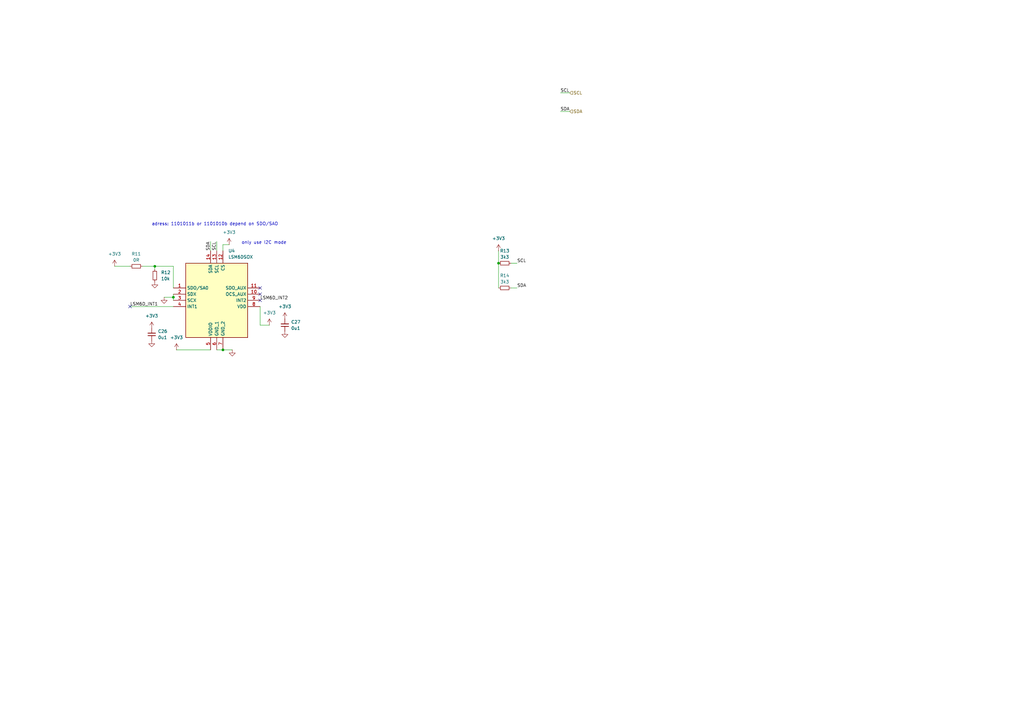
<source format=kicad_sch>
(kicad_sch (version 20250114) (generator "eeschema") (generator_version "9.0")
  (paper "A3")
  (title_block (title "VCU") (date "2025-06-29") (rev "3.0") (company "NTURacing") (comment 1 " 郭哲明 Jack Kuo, Jerrymk, ML Tsou") (comment 2 "Electrical group"))
  (lib_symbols
    (symbol "Device:C_Small" (pin_numbers (hide yes)) (pin_names (offset 0.254) (hide yes))
      (property "Reference" "C" (at 0.254 1.778 0))
      (property "Value" "C_Small" (at 0.254 -2.032 0))
      (symbol "C_Small_0_1"
        (polyline (pts (xy -1.524 0.508) (xy 1.524 0.508)) (stroke (width 0.3048)))
        (polyline (pts (xy -1.524 -0.508) (xy 1.524 -0.508)) (stroke (width 0.3302)))
      )
      (symbol "C_Small_1_1"
        (pin passive line (at 0 2.54 270) (length 2.032) (name "~") (number "1"))
        (pin passive line (at 0 -2.54 90) (length 2.032) (name "~") (number "2"))
      )
    )
    (symbol "Device:R_Small" (pin_numbers (hide yes)) (pin_names (offset 0.254) (hide yes))
      (property "Reference" "R" (at 0.762 0.508 0))
      (property "Value" "R_Small" (at 0.762 -1.016 0))
      (symbol "R_Small_0_1"
        (rectangle (start -0.762 1.778) (end 0.762 -1.778) (stroke (width 0.2032)))
      )
      (symbol "R_Small_1_1"
        (pin passive line (at 0 2.54 270) (length 0.762) (name "~") (number "1"))
        (pin passive line (at 0 -2.54 90) (length 0.762) (name "~") (number "2"))
      )
    )
    (symbol "SamacSys_Parts:LSM6DSOXTR"
      (property "Reference" "AC" (at 31.75 15.24 0))
      (property "Value" "LSM6DSOXTR" (at 31.75 12.7 0))
      (symbol "LSM6DSOXTR_1_1"
        (rectangle (start 5.08 10.16) (end 30.48 -20.32) (stroke (width 0.254)) (fill (type background)))
        (pin passive line (at 0 0 0) (length 5.08) (name "SDO/SA0") (number "1"))
        (pin passive line (at 0 -2.54 0) (length 5.08) (name "SDX") (number "2"))
        (pin passive line (at 0 -5.08 0) (length 5.08) (name "SCX") (number "3"))
        (pin passive line (at 0 -7.62 0) (length 5.08) (name "INT1") (number "4"))
        (pin passive line (at 15.24 15.24 270) (length 5.08) (name "SDA") (number "14"))
        (pin passive line (at 15.24 -25.4 90) (length 5.08) (name "VDDIO") (number "5"))
        (pin passive line (at 17.78 15.24 270) (length 5.08) (name "SCL") (number "13"))
        (pin passive line (at 17.78 -25.4 90) (length 5.08) (name "GND_1") (number "6"))
        (pin passive line (at 20.32 15.24 270) (length 5.08) (name "CS") (number "12"))
        (pin passive line (at 20.32 -25.4 90) (length 5.08) (name "GND_2") (number "7"))
        (pin passive line (at 35.56 0 180) (length 5.08) (name "SDO_AUX") (number "11"))
        (pin passive line (at 35.56 -2.54 180) (length 5.08) (name "OCS_AUX") (number "10"))
        (pin passive line (at 35.56 -5.08 180) (length 5.08) (name "INT2") (number "9"))
        (pin passive line (at 35.56 -7.62 180) (length 5.08) (name "VDD") (number "8"))
      )
    )
    (symbol "power:+3V3" (power) (pin_numbers (hide yes)) (pin_names (offset 0) (hide yes))
      (property "Value" "+3V3" (at 0 3.556 0))
      (symbol "+3V3_0_1"
        (polyline (pts (xy -0.762 1.27) (xy 0 2.54)))
        (polyline (pts (xy 0 2.54) (xy 0.762 1.27)))
        (polyline (pts (xy 0 0) (xy 0 2.54)))
      )
      (symbol "+3V3_1_1"
        (pin power_in line (at 0 0 90) (length 0) (name "~") (number "1"))
      )
    )
    (symbol "power:GND" (power) (pin_numbers (hide yes)) (pin_names (offset 0) (hide yes))
      (property "Value" "GND" (at 0 -3.81 0))
      (symbol "GND_0_1"
        (polyline (pts (xy 0 0) (xy 0 -1.27) (xy 1.27 -1.27) (xy 0 -2.54) (xy -1.27 -1.27) (xy 0 -1.27)))
      )
      (symbol "GND_1_1"
        (pin power_in line (at 0 0 270) (length 0) (name "~") (number "1"))
      )
    )
  )
  (text "adress: 1101011b or 1101010b depend on SDO/SAO" (at 62.23 92.71 0) (effects (font (size 1.27 1.27)) (justify left bottom)))
  (text "only use I2C mode" (at 99.06 100.33 0) (effects (font (size 1.27 1.27)) (justify left bottom)))
  (junction (at 91.44 143.51))
  (junction (at 71.12 121.92))
  (junction (at 204.47 107.95))
  (junction (at 63.5 109.22))
  (no_connect (at 106.68 118.11))
  (no_connect (at 106.68 123.19))
  (no_connect (at 53.34 125.73))
  (no_connect (at 106.68 120.65))
  (wire (pts (xy 106.68 133.35) (xy 106.68 125.73)))
  (wire (pts (xy 204.47 107.95) (xy 204.47 118.11)))
  (wire (pts (xy 93.98 100.33) (xy 91.44 100.33)))
  (wire (pts (xy 209.55 118.11) (xy 212.09 118.11)))
  (wire (pts (xy 95.25 143.51) (xy 91.44 143.51)))
  (wire (pts (xy 71.12 121.92) (xy 71.12 120.65)))
  (wire (pts (xy 72.39 143.51) (xy 86.36 143.51)))
  (wire (pts (xy 91.44 100.33) (xy 91.44 102.87)))
  (wire (pts (xy 229.87 38.1) (xy 233.68 38.1)))
  (wire (pts (xy 71.12 109.22) (xy 71.12 118.11)))
  (wire (pts (xy 110.49 133.35) (xy 106.68 133.35)))
  (wire (pts (xy 71.12 121.92) (xy 71.12 123.19)))
  (wire (pts (xy 209.55 107.95) (xy 212.09 107.95)))
  (wire (pts (xy 58.42 109.22) (xy 63.5 109.22)))
  (wire (pts (xy 63.5 109.22) (xy 71.12 109.22)))
  (wire (pts (xy 91.44 143.51) (xy 88.9 143.51)))
  (wire (pts (xy 67.31 121.92) (xy 71.12 121.92)))
  (wire (pts (xy 63.5 110.49) (xy 63.5 109.22)))
  (wire (pts (xy 229.87 45.72) (xy 233.68 45.72)))
  (wire (pts (xy 86.36 99.06) (xy 86.36 102.87)))
  (wire (pts (xy 46.99 109.22) (xy 53.34 109.22)))
  (wire (pts (xy 204.47 102.87) (xy 204.47 107.95)))
  (wire (pts (xy 88.9 99.06) (xy 88.9 102.87)))
  (wire (pts (xy 53.34 125.73) (xy 71.12 125.73)))
  (label "SCL" (at 229.87 38.1 0))
  (label "SDA" (at 212.09 118.11 0))
  (label "SDA" (at 229.87 45.72 0))
  (label "LSM6D_INT2" (at 106.68 123.19 0))
  (label "LSM6D_INT1" (at 53.34 125.73 0))
  (label "SCL" (at 88.9 99.06 270))
  (label "SDA" (at 86.36 99.06 270))
  (label "SCL" (at 212.09 107.95 0))
  (hierarchical_label "SCL" (shape input) (at 233.68 38.1 0))
  (hierarchical_label "SDA" (shape input) (at 233.68 45.72 0))
  (symbol (lib_id "power:+3V3") (at 46.99 109.22 0) (unit 1)
    (property "Reference" "#PWR041" (effects (hide yes)))
    (property "Value" "+3V3" (at 46.99 104.14 0))
    (property "Description" "Power symbol creates a global label with name \"+3V3\"" (effects (hide yes)))
  )
  (symbol (lib_id "Device:C_Small") (at 62.23 137.16 180) (unit 1)
    (property "Reference" "C26" (at 64.77 135.8836 0) (effects (justify right)))
    (property "Value" "0u1" (at 64.77 138.4236 0) (effects (justify right)))
    (property "Footprint" "Capacitor_SMD:C_0402_1005Metric" (effects (hide yes)))
    (property "Description" "Unpolarized capacitor, small symbol" (effects (hide yes)))
  )
  (symbol (lib_id "power:+3V3") (at 93.98 100.33 0) (unit 1)
    (property "Reference" "#PWR047" (effects (hide yes)))
    (property "Value" "+3V3" (at 93.98 95.25 0))
    (property "Description" "Power symbol creates a global label with name \"+3V3\"" (effects (hide yes)))
  )
  (symbol (lib_id "power:GND") (at 67.31 121.92 0) (unit 1)
    (property "Reference" "#PWR045" (effects (hide yes)))
    (property "Value" "GND" (effects (hide yes)))
    (property "Description" "Power symbol creates a global label with name \"GND\" , ground" (effects (hide yes)))
  )
  (symbol (lib_id "power:+3V3") (at 72.39 143.51 0) (unit 1)
    (property "Reference" "#PWR046" (effects (hide yes)))
    (property "Value" "+3V3" (at 72.39 138.43 0))
    (property "Description" "Power symbol creates a global label with name \"+3V3\"" (effects (hide yes)))
  )
  (symbol (lib_id "power:+3V3") (at 204.47 102.87 0) (mirror y) (unit 1)
    (property "Reference" "#PWR052" (effects (hide yes)))
    (property "Value" "+3V3" (at 204.47 97.79 0))
    (property "Description" "Power symbol creates a global label with name \"+3V3\"" (effects (hide yes)))
  )
  (symbol (lib_id "power:+3V3") (at 116.84 130.81 0) (unit 1)
    (property "Reference" "#PWR050" (effects (hide yes)))
    (property "Value" "+3V3" (at 116.84 125.73 0))
    (property "Description" "Power symbol creates a global label with name \"+3V3\"" (effects (hide yes)))
  )
  (symbol (lib_id "SamacSys_Parts:LSM6DSOXTR") (at 71.12 118.11 0) (unit 1)
    (property "Reference" "U4" (at 93.6341 102.87 0) (effects (justify left)))
    (property "Value" "LSM6DSOX" (at 93.6341 105.41 0) (effects (justify left)))
    (property "Footprint" "Package_LGA:LGA-14_3x2.5mm_P0.5mm_LayoutBorder3x4y" (effects (hide yes)))
    (property "Datasheet" "https://www.st.com/resource/en/datasheet/lsm6dsox.pdf" (effects (hide yes)))
    (property "Description" "IMUs - Inertial Measurement Units iNEMO inertial module: always-on 3D accelerometer and 3D gyroscope" (effects (hide yes)))
    (property "Mouser Part Number" "511-LSM6DSOXTR" (effects (hide yes)))
    (property "Mouser Price/Stock" "https://www.mouser.co.uk/ProductDetail/STMicroelectronics/LSM6DSOXTR?qs=l7cgNqFNU1i9dcjzItLpVQ%3D%3D" (effects (hide yes)))
    (property "Manufacturer_Name" "STMicroelectronics" (effects (hide yes)))
    (property "Manufacturer_Part_Number" "LSM6DSOXTR" (effects (hide yes)))
  )
  (symbol (lib_id "Device:R_Small") (at 63.5 113.03 180) (unit 1)
    (property "Reference" "R12" (at 66.04 111.76 0) (effects (justify right)))
    (property "Value" "10k" (at 66.04 114.3 0) (effects (justify right)))
    (property "Footprint" "Resistor_SMD:R_0402_1005Metric" (effects (hide yes)))
    (property "Description" "Resistor, small symbol" (effects (hide yes)))
  )
  (symbol (lib_id "power:+3V3") (at 62.23 134.62 0) (unit 1)
    (property "Reference" "#PWR042" (effects (hide yes)))
    (property "Value" "+3V3" (at 62.23 129.54 0))
    (property "Description" "Power symbol creates a global label with name \"+3V3\"" (effects (hide yes)))
  )
  (symbol (lib_id "Device:R_Small") (at 207.01 118.11 90) (unit 1)
    (property "Reference" "R14" (at 207.01 113.03 90))
    (property "Value" "3k3" (at 207.01 115.57 90))
    (property "Footprint" "Resistor_SMD:R_0402_1005Metric" (effects (hide yes)))
    (property "Description" "Resistor, small symbol" (effects (hide yes)))
  )
  (symbol (lib_id "Device:R_Small") (at 55.88 109.22 270) (unit 1)
    (property "Reference" "R11" (at 55.88 104.14 90))
    (property "Value" "0R" (at 55.88 106.68 90))
    (property "Footprint" "Resistor_SMD:R_0402_1005Metric" (effects (hide yes)))
    (property "Description" "Resistor, small symbol" (effects (hide yes)))
  )
  (symbol (lib_id "power:GND") (at 63.5 115.57 0) (unit 1)
    (property "Reference" "#PWR044" (effects (hide yes)))
    (property "Value" "GND" (effects (hide yes)))
    (property "Description" "Power symbol creates a global label with name \"GND\" , ground" (effects (hide yes)))
  )
  (symbol (lib_id "Device:C_Small") (at 116.84 133.35 180) (unit 1)
    (property "Reference" "C27" (at 119.38 132.0736 0) (effects (justify right)))
    (property "Value" "0u1" (at 119.38 134.6136 0) (effects (justify right)))
    (property "Footprint" "Capacitor_SMD:C_0402_1005Metric" (effects (hide yes)))
    (property "Description" "Unpolarized capacitor, small symbol" (effects (hide yes)))
  )
  (symbol (lib_id "power:+3V3") (at 110.49 133.35 0) (unit 1)
    (property "Reference" "#PWR049" (effects (hide yes)))
    (property "Value" "+3V3" (at 110.49 128.27 0))
    (property "Description" "Power symbol creates a global label with name \"+3V3\"" (effects (hide yes)))
  )
  (symbol (lib_id "power:GND") (at 95.25 143.51 0) (unit 1)
    (property "Reference" "#PWR048" (effects (hide yes)))
    (property "Value" "GND" (effects (hide yes)))
    (property "Description" "Power symbol creates a global label with name \"GND\" , ground" (effects (hide yes)))
  )
  (symbol (lib_id "Device:R_Small") (at 207.01 107.95 90) (unit 1)
    (property "Reference" "R13" (at 207.01 102.87 90))
    (property "Value" "3k3" (at 207.01 105.41 90))
    (property "Footprint" "Resistor_SMD:R_0402_1005Metric" (effects (hide yes)))
    (property "Description" "Resistor, small symbol" (effects (hide yes)))
  )
  (symbol (lib_id "power:GND") (at 62.23 139.7 0) (unit 1)
    (property "Reference" "#PWR043" (effects (hide yes)))
    (property "Value" "GND" (effects (hide yes)))
    (property "Description" "Power symbol creates a global label with name \"GND\" , ground" (effects (hide yes)))
  )
  (symbol (lib_id "power:GND") (at 116.84 135.89 0) (unit 1)
    (property "Reference" "#PWR051" (effects (hide yes)))
    (property "Value" "GND" (effects (hide yes)))
    (property "Description" "Power symbol creates a global label with name \"GND\" , ground" (effects (hide yes)))
  )
)
</source>
